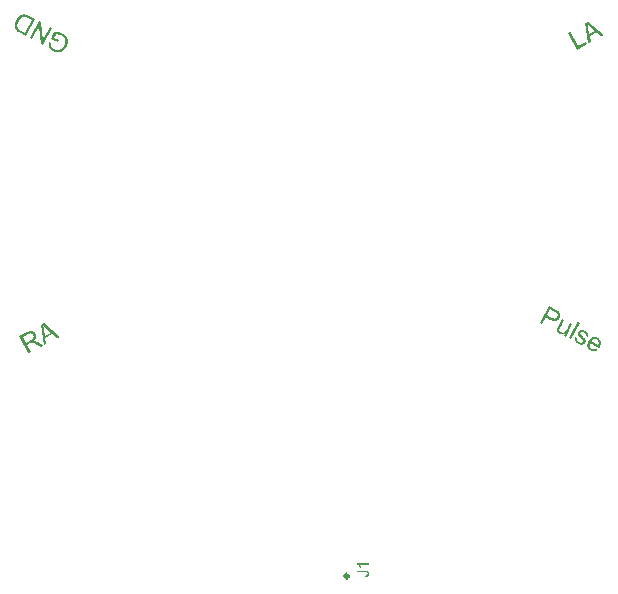
<source format=gbr>
%TF.GenerationSoftware,Altium Limited,Altium Designer,21.8.1 (53)*%
G04 Layer_Color=65535*
%FSLAX45Y45*%
%MOMM*%
%TF.SameCoordinates,9CAB6441-B9E9-44DD-A1F1-36E89FF17874*%
%TF.FilePolarity,Positive*%
%TF.FileFunction,Legend,Top*%
%TF.Part,Single*%
G01*
G75*
%TA.AperFunction,NonConductor*%
%ADD16C,0.33020*%
G36*
X459441Y348276D02*
X463050Y347798D01*
X466956Y346760D01*
X471161Y345162D01*
X475378Y343090D01*
X475477Y342904D01*
X475763Y342816D01*
X476435Y342454D01*
X477206Y341906D01*
X479232Y340347D01*
X481744Y338328D01*
X484554Y335748D01*
X487474Y332508D01*
X490407Y328796D01*
X492878Y324598D01*
X492978Y324412D01*
X493276Y323851D01*
X493673Y323104D01*
X494082Y321884D01*
X494591Y320477D01*
X495198Y318883D01*
X496339Y314936D01*
X497403Y310230D01*
X498006Y305039D01*
X497978Y302388D01*
X497862Y299451D01*
X497274Y296502D01*
X496685Y293553D01*
X496597Y293267D01*
X496510Y292981D01*
X496060Y292023D01*
X495711Y290879D01*
X494987Y289535D01*
X494176Y287906D01*
X493277Y285990D01*
X492192Y283976D01*
X490733Y281762D01*
X489087Y279449D01*
X487068Y276937D01*
X484862Y274327D01*
X482369Y271803D01*
X479690Y269181D01*
X476538Y266546D01*
X473100Y263999D01*
X473573Y264011D01*
X474705Y264134D01*
X476410Y264082D01*
X478588Y264042D01*
X483616Y263600D01*
X485993Y263186D01*
X488369Y262772D01*
X488556Y262872D01*
X488942Y262597D01*
X490559Y262259D01*
X492948Y261373D01*
X496382Y260323D01*
X500201Y258999D01*
X504604Y257027D01*
X509393Y254780D01*
X514380Y252160D01*
X559888Y226514D01*
X535976Y213799D01*
X501313Y233470D01*
X501214Y233657D01*
X500642Y233832D01*
X499871Y234381D01*
X498913Y234830D01*
X497570Y235554D01*
X495940Y236365D01*
X492582Y238174D01*
X488652Y240158D01*
X484721Y242142D01*
X480791Y244125D01*
X477059Y245736D01*
X476674Y246010D01*
X475529Y246360D01*
X473900Y247171D01*
X471897Y247783D01*
X469508Y248670D01*
X466933Y249457D01*
X464556Y249871D01*
X462179Y250285D01*
X461893Y250372D01*
X461234Y250261D01*
X460188Y250424D01*
X458769Y250389D01*
X457064Y250440D01*
X455272Y250206D01*
X451500Y249639D01*
X451313Y249539D01*
X450840Y249527D01*
X450093Y249130D01*
X448873Y248721D01*
X447279Y248113D01*
X445411Y247120D01*
X443256Y246214D01*
X418597Y233102D01*
X452469Y169398D01*
X433414Y159266D01*
X357027Y302928D01*
X423908Y338488D01*
X425688Y339195D01*
X427370Y340089D01*
X429524Y340995D01*
X431865Y342000D01*
X436734Y344110D01*
X441989Y345945D01*
X447156Y347495D01*
X449696Y348126D01*
X451961Y348372D01*
X452148Y348471D01*
X452434Y348384D01*
X453094Y348495D01*
X454040Y348519D01*
X456404Y348578D01*
X459441Y348276D01*
D02*
G37*
G36*
X696450Y299125D02*
X674966Y287702D01*
X635196Y322389D01*
X575041Y290405D01*
X582493Y238533D01*
X562503Y227904D01*
X540854Y400670D01*
X561591Y411696D01*
X696450Y299125D01*
D02*
G37*
G36*
X397072Y3029511D02*
X400096Y3029328D01*
X403779Y3029030D01*
X407735Y3028346D01*
X411777Y3027375D01*
X411963Y3027275D01*
X412249Y3027361D01*
X412809Y3027060D01*
X413654Y3026846D01*
X414686Y3026532D01*
X415905Y3026117D01*
X418901Y3024988D01*
X422556Y3023745D01*
X426670Y3022014D01*
X431243Y3019797D01*
X436003Y3017480D01*
X487631Y2989740D01*
X410618Y2846413D01*
X357127Y2875155D01*
X355550Y2876242D01*
X352009Y2878145D01*
X348109Y2880721D01*
X344022Y2883397D01*
X340222Y2886160D01*
X337082Y2888808D01*
X336895Y2888908D01*
X336623Y2889295D01*
X335977Y2889882D01*
X335332Y2890468D01*
X334414Y2891442D01*
X333309Y2892516D01*
X331015Y2894950D01*
X328461Y2898244D01*
X325821Y2901824D01*
X323481Y2905963D01*
X321529Y2910375D01*
X321442Y2910662D01*
X321170Y2911049D01*
X320911Y2911908D01*
X320566Y2913054D01*
X320135Y2914487D01*
X319618Y2916206D01*
X319200Y2918112D01*
X318697Y2920304D01*
X317804Y2925347D01*
X317312Y2931136D01*
X317019Y2937298D01*
X317687Y2943904D01*
X317787Y2944091D01*
X317901Y2944750D01*
X317929Y2945696D01*
X318157Y2947014D01*
X318586Y2948706D01*
X318928Y2950684D01*
X319370Y2952848D01*
X320013Y2955385D01*
X320942Y2958008D01*
X321785Y2960918D01*
X322728Y2964014D01*
X323957Y2967197D01*
X326717Y2974120D01*
X330236Y2981116D01*
X330336Y2981303D01*
X330637Y2981862D01*
X331037Y2982608D01*
X331738Y2983912D01*
X332626Y2985117D01*
X333527Y2986794D01*
X334715Y2988558D01*
X336003Y2990508D01*
X338779Y2994781D01*
X342128Y2999226D01*
X345764Y3003758D01*
X349673Y3007903D01*
X349773Y3008089D01*
X350159Y3008362D01*
X350746Y3009007D01*
X351520Y3009552D01*
X352493Y3010470D01*
X353567Y3011574D01*
X356188Y3013769D01*
X359295Y3016423D01*
X362875Y3019063D01*
X366828Y3021503D01*
X370581Y3023570D01*
X370968Y3023842D01*
X372400Y3024273D01*
X374320Y3025163D01*
X376998Y3026126D01*
X379964Y3027175D01*
X383402Y3028210D01*
X387113Y3028858D01*
X390824Y3029506D01*
X391297Y3029492D01*
X392529Y3029550D01*
X394521Y3029681D01*
X397072Y3029511D01*
D02*
G37*
G36*
X539072Y2962099D02*
X553795Y2809353D01*
X614183Y2921740D01*
X632449Y2911926D01*
X555436Y2768599D01*
X536053Y2779015D01*
X521243Y2932047D01*
X460755Y2819473D01*
X442490Y2829288D01*
X519502Y2972615D01*
X539072Y2962099D01*
D02*
G37*
G36*
X680613Y2879081D02*
X687406Y2878313D01*
X687592Y2878213D01*
X688251Y2878099D01*
X689197Y2878071D01*
X690516Y2877843D01*
X692021Y2877515D01*
X693898Y2876986D01*
X696063Y2876544D01*
X698227Y2876102D01*
X703387Y2874530D01*
X709107Y2872658D01*
X715099Y2870399D01*
X720976Y2867481D01*
X723027Y2866379D01*
X724418Y2865392D01*
X726281Y2864390D01*
X728318Y2862815D01*
X730640Y2861327D01*
X733050Y2859553D01*
X735731Y2857391D01*
X738413Y2855229D01*
X744135Y2850233D01*
X749456Y2844492D01*
X752010Y2841198D01*
X754564Y2837904D01*
X754650Y2837618D01*
X755109Y2837131D01*
X755741Y2836071D01*
X756458Y2834725D01*
X757449Y2832992D01*
X758525Y2830972D01*
X759401Y2828580D01*
X760650Y2825987D01*
X761799Y2823208D01*
X762748Y2820056D01*
X763883Y2816804D01*
X764631Y2813280D01*
X765566Y2809655D01*
X766114Y2805758D01*
X766475Y2801961D01*
X766450Y2797891D01*
X766350Y2797704D01*
X766423Y2796945D01*
X766295Y2795813D01*
X766153Y2794208D01*
X765997Y2792130D01*
X765741Y2789865D01*
X765285Y2787228D01*
X764728Y2784405D01*
X764158Y2781108D01*
X763301Y2777725D01*
X762444Y2774343D01*
X761387Y2770587D01*
X758414Y2762818D01*
X756597Y2758990D01*
X754680Y2754976D01*
X754580Y2754790D01*
X754180Y2754044D01*
X753579Y2752926D01*
X752591Y2751535D01*
X751590Y2749671D01*
X750202Y2747535D01*
X748527Y2745312D01*
X746652Y2742717D01*
X744777Y2740121D01*
X742515Y2737253D01*
X737519Y2731531D01*
X731577Y2725837D01*
X728370Y2722996D01*
X725076Y2720443D01*
X724790Y2720357D01*
X724303Y2719898D01*
X723243Y2719266D01*
X721796Y2718362D01*
X720063Y2717372D01*
X718044Y2716295D01*
X715738Y2715132D01*
X713145Y2713883D01*
X710266Y2712548D01*
X707200Y2711313D01*
X703948Y2710178D01*
X700510Y2709143D01*
X693274Y2707747D01*
X689377Y2707199D01*
X685494Y2707124D01*
X685207Y2707037D01*
X684548Y2707151D01*
X683416Y2707279D01*
X681711Y2707235D01*
X679919Y2707477D01*
X677655Y2707733D01*
X674917Y2708003D01*
X672094Y2708559D01*
X668984Y2709029D01*
X665601Y2709886D01*
X662218Y2710743D01*
X658463Y2711800D01*
X650693Y2714774D01*
X646866Y2716590D01*
X642851Y2718507D01*
X640242Y2719909D01*
X638851Y2720897D01*
X637360Y2721698D01*
X635597Y2722886D01*
X633833Y2724073D01*
X629760Y2727222D01*
X625601Y2730658D01*
X621457Y2734566D01*
X617512Y2738848D01*
X617326Y2738948D01*
X617053Y2739334D01*
X616694Y2740008D01*
X615963Y2740881D01*
X615145Y2742041D01*
X614327Y2743201D01*
X612333Y2746194D01*
X610265Y2749947D01*
X608213Y2754173D01*
X606546Y2758671D01*
X605453Y2763341D01*
X605553Y2763528D01*
X605281Y2763914D01*
X605208Y2764674D01*
X605236Y2765620D01*
X604891Y2766766D01*
X604933Y2768185D01*
X604758Y2771882D01*
X604697Y2776238D01*
X605122Y2781053D01*
X605762Y2786714D01*
X607075Y2792734D01*
X626726Y2788180D01*
X626626Y2787994D01*
X626612Y2787521D01*
X626498Y2786862D01*
X626283Y2786016D01*
X626027Y2783752D01*
X625557Y2780641D01*
X625274Y2777431D01*
X624976Y2773748D01*
X625151Y2770051D01*
X625527Y2766727D01*
X625513Y2766254D01*
X625858Y2765108D01*
X626375Y2763389D01*
X627065Y2761097D01*
X628128Y2758604D01*
X629649Y2755625D01*
X631544Y2752445D01*
X633911Y2749252D01*
X634097Y2749151D01*
X634184Y2748865D01*
X635102Y2747891D01*
X636565Y2746144D01*
X638587Y2744097D01*
X641082Y2742035D01*
X644037Y2739487D01*
X647564Y2737112D01*
X651378Y2734822D01*
X653614Y2733620D01*
X654833Y2733206D01*
X656137Y2732505D01*
X659320Y2731275D01*
X663061Y2729745D01*
X667376Y2728388D01*
X671705Y2727503D01*
X676133Y2726805D01*
X676319Y2726705D01*
X676606Y2726791D01*
X678025Y2726749D01*
X680289Y2726493D01*
X683040Y2726696D01*
X686264Y2726886D01*
X689775Y2727161D01*
X693586Y2727996D01*
X697025Y2729030D01*
X697411Y2729303D01*
X698557Y2729648D01*
X700377Y2730352D01*
X702583Y2731328D01*
X704989Y2732677D01*
X707782Y2734299D01*
X710775Y2736293D01*
X713582Y2738388D01*
X713682Y2738575D01*
X714069Y2738847D01*
X714842Y2739392D01*
X715529Y2740224D01*
X716789Y2741228D01*
X717963Y2742519D01*
X719424Y2743896D01*
X720798Y2745560D01*
X724220Y2749245D01*
X727569Y2753691D01*
X731219Y2758695D01*
X734510Y2764373D01*
X734610Y2764559D01*
X735010Y2765305D01*
X735511Y2766237D01*
X736026Y2767642D01*
X736927Y2769319D01*
X737742Y2771283D01*
X738757Y2773620D01*
X739773Y2775956D01*
X741545Y2781489D01*
X743331Y2787495D01*
X744744Y2793702D01*
X745211Y2799935D01*
X745311Y2800122D01*
X745139Y2800695D01*
X745167Y2801641D01*
X745008Y2802687D01*
X745050Y2804105D01*
X744819Y2805911D01*
X744271Y2809808D01*
X743264Y2814192D01*
X741712Y2819350D01*
X739587Y2824335D01*
X736515Y2829348D01*
X736329Y2829448D01*
X736056Y2829834D01*
X735511Y2830608D01*
X734780Y2831481D01*
X733962Y2832641D01*
X732671Y2833815D01*
X731480Y2835175D01*
X729917Y2836736D01*
X726704Y2840144D01*
X722732Y2843479D01*
X718100Y2846929D01*
X712982Y2849919D01*
X710931Y2851021D01*
X709713Y2851435D01*
X708408Y2852136D01*
X705039Y2853466D01*
X701011Y2854910D01*
X696597Y2856081D01*
X691709Y2857266D01*
X686435Y2858178D01*
X686248Y2858279D01*
X685775Y2858292D01*
X685016Y2858220D01*
X684170Y2858434D01*
X681433Y2858704D01*
X678123Y2858802D01*
X674526Y2858813D01*
X670642Y2858738D01*
X666845Y2858376D01*
X663134Y2857728D01*
X648713Y2830889D01*
X690835Y2808256D01*
X681722Y2791295D01*
X620962Y2823943D01*
X649604Y2877248D01*
X649890Y2877334D01*
X650463Y2877507D01*
X651509Y2877665D01*
X653028Y2877810D01*
X654834Y2878041D01*
X656825Y2878172D01*
X659104Y2878388D01*
X661668Y2878692D01*
X667644Y2879084D01*
X673892Y2879089D01*
X680613Y2879081D01*
D02*
G37*
G36*
X5305458Y2855497D02*
X5284075Y2843887D01*
X5244002Y2878226D01*
X5184129Y2845717D01*
X5192033Y2793912D01*
X5172137Y2783110D01*
X5148982Y2955680D01*
X5169621Y2966886D01*
X5305458Y2855497D01*
D02*
G37*
G36*
X5085785Y2758133D02*
X5156070Y2796295D01*
X5165258Y2779374D01*
X5076006Y2730914D01*
X4998369Y2873904D01*
X5017335Y2884201D01*
X5085785Y2758133D01*
D02*
G37*
G36*
X4901678Y527698D02*
X4904743Y525804D01*
X4907995Y523809D01*
X4911618Y521614D01*
X4914955Y519332D01*
X4917633Y517166D01*
X4918192Y516865D01*
X4918464Y516478D01*
X4919108Y515890D01*
X4920955Y514412D01*
X4922974Y512361D01*
X4925265Y509923D01*
X4927455Y507299D01*
X4929631Y504202D01*
X4931519Y501019D01*
X4931792Y500631D01*
X4932134Y499485D01*
X4933021Y497564D01*
X4933707Y495271D01*
X4934564Y492404D01*
X4935307Y488878D01*
X4935661Y485080D01*
X4935629Y481010D01*
X4935529Y480824D01*
X4935615Y480537D01*
X4935499Y479878D01*
X4935571Y479119D01*
X4935310Y476855D01*
X4934749Y474032D01*
X4933886Y470651D01*
X4932823Y466897D01*
X4931472Y463058D01*
X4929549Y459047D01*
X4929448Y458861D01*
X4929147Y458303D01*
X4928645Y457371D01*
X4927755Y456169D01*
X4926665Y454593D01*
X4925474Y452832D01*
X4923996Y450984D01*
X4922332Y449237D01*
X4918316Y444913D01*
X4916079Y442995D01*
X4913369Y441091D01*
X4910659Y439188D01*
X4907763Y437385D01*
X4904494Y435782D01*
X4901140Y434467D01*
X4900853Y434381D01*
X4900280Y434210D01*
X4899234Y434053D01*
X4897800Y433624D01*
X4895994Y433397D01*
X4893816Y433370D01*
X4891064Y433172D01*
X4888227Y433260D01*
X4884831Y433650D01*
X4881249Y434140D01*
X4877108Y434932D01*
X4872882Y436010D01*
X4868097Y437390D01*
X4863140Y439343D01*
X4857912Y441683D01*
X4852411Y444411D01*
X4815915Y464103D01*
X4784568Y406007D01*
X4765575Y416255D01*
X4842837Y559447D01*
X4901678Y527698D01*
D02*
G37*
G36*
X4969757Y439997D02*
X4938712Y382459D01*
X4938611Y382273D01*
X4938410Y381901D01*
X4938008Y381156D01*
X4937506Y380225D01*
X4936903Y379107D01*
X4936200Y377804D01*
X4934879Y374911D01*
X4933171Y371745D01*
X4931750Y368665D01*
X4930429Y365772D01*
X4929912Y364368D01*
X4929595Y363336D01*
X4929395Y362964D01*
X4929365Y362018D01*
X4929034Y360514D01*
X4928975Y358622D01*
X4929002Y356444D01*
X4929301Y353879D01*
X4929886Y351399D01*
X4930844Y348718D01*
X4930930Y348432D01*
X4931474Y347657D01*
X4932189Y346310D01*
X4933563Y344847D01*
X4935024Y343097D01*
X4936856Y341147D01*
X4939262Y339368D01*
X4941955Y337675D01*
X4943258Y336971D01*
X4945035Y336253D01*
X4947098Y335621D01*
X4949533Y334788D01*
X4952542Y334126D01*
X4955651Y333651D01*
X4958961Y333547D01*
X4959434Y333532D01*
X4960480Y333689D01*
X4962286Y333917D01*
X4964479Y334417D01*
X4966959Y335002D01*
X4969453Y336061D01*
X4972148Y337491D01*
X4974758Y339209D01*
X4975145Y339480D01*
X4976020Y340211D01*
X4977296Y341685D01*
X4979061Y343619D01*
X4981126Y346110D01*
X4983594Y349347D01*
X4985991Y353343D01*
X4988688Y357897D01*
X5018729Y413573D01*
X5036232Y404128D01*
X4980270Y300412D01*
X4964629Y308852D01*
X4972868Y324121D01*
X4972581Y324035D01*
X4971907Y323677D01*
X4970660Y323148D01*
X4969126Y322533D01*
X4967119Y321933D01*
X4964826Y321247D01*
X4962346Y320662D01*
X4959394Y320091D01*
X4956255Y319621D01*
X4953030Y319437D01*
X4949434Y319455D01*
X4945937Y319658D01*
X4942169Y320249D01*
X4938315Y321127D01*
X4934289Y322577D01*
X4930465Y324400D01*
X4928975Y325204D01*
X4927214Y326395D01*
X4925080Y327787D01*
X4922674Y329566D01*
X4920283Y331818D01*
X4917519Y334271D01*
X4915143Y336996D01*
X4914871Y337383D01*
X4914141Y338257D01*
X4913153Y339992D01*
X4911980Y341828D01*
X4910821Y344136D01*
X4909576Y346731D01*
X4908619Y349411D01*
X4907948Y352177D01*
X4907862Y352464D01*
X4907891Y353410D01*
X4907749Y354929D01*
X4907909Y357007D01*
X4907982Y359371D01*
X4908257Y362108D01*
X4908919Y365117D01*
X4909681Y368312D01*
X4909781Y368498D01*
X4909997Y369343D01*
X4910514Y370747D01*
X4911519Y372609D01*
X4912538Y374944D01*
X4913859Y377838D01*
X4915481Y381290D01*
X4917591Y385200D01*
X4952254Y449441D01*
X4969757Y439997D01*
D02*
G37*
G36*
X5117099Y356168D02*
X5119091Y356295D01*
X5121541Y355935D01*
X5124278Y355660D01*
X5127101Y355099D01*
X5127574Y355084D01*
X5128605Y354768D01*
X5130110Y354437D01*
X5132359Y353704D01*
X5134794Y352871D01*
X5137602Y351837D01*
X5140596Y350702D01*
X5145624Y347989D01*
X5146640Y347200D01*
X5147758Y346597D01*
X5150636Y344804D01*
X5153500Y342537D01*
X5156923Y339969D01*
X5159959Y337129D01*
X5162894Y334103D01*
X5163080Y334002D01*
X5163166Y333716D01*
X5164082Y332741D01*
X5165256Y330905D01*
X5166701Y328683D01*
X5168232Y326174D01*
X5169562Y323292D01*
X5170792Y320224D01*
X5171449Y316985D01*
X5171534Y316699D01*
X5171591Y315466D01*
X5171632Y313761D01*
X5171558Y311396D01*
X5171470Y308559D01*
X5170994Y305450D01*
X5170217Y301782D01*
X5169053Y297842D01*
X5150616Y304665D01*
X5150817Y305037D01*
X5150947Y306169D01*
X5151379Y307860D01*
X5151724Y309837D01*
X5151898Y312388D01*
X5151700Y315139D01*
X5151215Y317805D01*
X5150358Y320672D01*
X5150272Y320959D01*
X5149642Y322020D01*
X5148927Y323367D01*
X5147567Y325303D01*
X5145735Y327254D01*
X5143344Y329505D01*
X5140479Y331772D01*
X5136856Y333968D01*
X5134808Y335073D01*
X5132659Y335992D01*
X5129851Y337026D01*
X5126857Y338161D01*
X5123476Y339023D01*
X5120266Y339313D01*
X5117328Y339215D01*
X5117042Y339129D01*
X5116182Y338872D01*
X5114849Y338629D01*
X5113501Y337914D01*
X5111867Y337113D01*
X5110031Y335940D01*
X5108569Y334565D01*
X5107277Y332617D01*
X5107177Y332431D01*
X5106976Y332059D01*
X5106861Y331400D01*
X5106358Y330469D01*
X5106098Y328205D01*
X5105868Y326887D01*
X5106010Y325367D01*
X5106096Y325081D01*
X5106182Y324794D01*
X5106439Y323934D01*
X5106782Y322787D01*
X5107311Y321540D01*
X5108026Y320192D01*
X5109114Y318644D01*
X5110202Y317095D01*
X5110388Y316995D01*
X5110660Y316608D01*
X5111390Y315733D01*
X5112679Y314557D01*
X5114425Y312893D01*
X5115528Y311817D01*
X5116817Y310641D01*
X5118191Y309178D01*
X5119852Y307801D01*
X5121499Y305951D01*
X5123432Y304187D01*
X5123618Y304086D01*
X5124076Y303599D01*
X5125093Y302810D01*
X5126009Y301835D01*
X5127197Y300472D01*
X5128858Y299095D01*
X5132166Y295868D01*
X5135745Y292254D01*
X5139325Y288639D01*
X5142532Y285226D01*
X5143806Y283577D01*
X5144994Y282215D01*
X5145266Y281827D01*
X5145996Y280953D01*
X5146898Y279504D01*
X5147970Y277483D01*
X5149129Y275175D01*
X5150188Y272680D01*
X5151231Y269713D01*
X5151701Y266575D01*
X5151787Y266288D01*
X5151843Y265055D01*
X5151699Y263451D01*
X5151725Y261272D01*
X5151265Y258636D01*
X5150517Y255914D01*
X5149468Y252633D01*
X5147946Y249367D01*
X5147846Y249181D01*
X5147745Y248995D01*
X5147143Y247878D01*
X5146052Y246302D01*
X5144474Y244269D01*
X5142323Y242064D01*
X5139885Y239773D01*
X5136973Y237497D01*
X5133690Y235422D01*
X5133303Y235150D01*
X5132056Y234621D01*
X5130049Y234021D01*
X5127655Y233149D01*
X5124316Y232306D01*
X5120704Y231851D01*
X5116619Y231410D01*
X5112364Y231543D01*
X5112177Y231643D01*
X5111891Y231557D01*
X5111232Y231672D01*
X5110386Y231888D01*
X5107936Y232248D01*
X5104927Y232910D01*
X5101360Y233874D01*
X5097234Y235138D01*
X5092936Y236976D01*
X5088367Y239201D01*
X5086505Y240206D01*
X5085116Y241196D01*
X5083440Y242100D01*
X5081678Y243291D01*
X5079645Y244869D01*
X5077425Y246548D01*
X5073086Y250091D01*
X5068676Y254394D01*
X5064940Y259054D01*
X5063122Y261478D01*
X5061878Y264072D01*
X5061792Y264359D01*
X5061706Y264646D01*
X5061449Y265506D01*
X5061006Y266466D01*
X5060577Y267900D01*
X5060249Y269519D01*
X5060021Y271325D01*
X5059708Y273418D01*
X5059495Y275696D01*
X5059196Y278262D01*
X5059184Y280913D01*
X5059459Y283649D01*
X5059647Y286673D01*
X5060123Y289782D01*
X5060885Y292977D01*
X5061934Y296258D01*
X5080758Y289707D01*
X5080658Y289521D01*
X5080557Y289335D01*
X5080442Y288676D01*
X5080227Y287830D01*
X5079594Y285767D01*
X5079033Y282945D01*
X5078743Y279735D01*
X5078640Y276425D01*
X5079096Y272813D01*
X5080125Y269373D01*
X5080396Y268986D01*
X5081026Y267925D01*
X5082013Y266190D01*
X5083559Y264154D01*
X5085750Y261530D01*
X5088513Y259077D01*
X5091835Y256323D01*
X5096018Y253826D01*
X5098066Y252720D01*
X5100215Y251801D01*
X5103209Y250667D01*
X5106303Y249718D01*
X5109785Y249042D01*
X5113367Y248551D01*
X5116692Y248921D01*
X5116979Y249007D01*
X5118125Y249350D01*
X5119559Y249779D01*
X5121480Y250665D01*
X5123501Y251738D01*
X5125437Y253098D01*
X5127387Y254931D01*
X5128880Y257251D01*
X5128980Y257437D01*
X5129382Y258182D01*
X5129799Y259400D01*
X5130129Y260904D01*
X5130189Y262796D01*
X5130061Y264788D01*
X5129561Y266980D01*
X5128690Y269374D01*
X5128604Y269661D01*
X5128146Y270149D01*
X5127330Y271310D01*
X5125769Y272873D01*
X5124953Y274035D01*
X5124037Y275010D01*
X5122748Y276186D01*
X5121374Y277649D01*
X5119813Y279213D01*
X5117880Y280977D01*
X5116048Y282927D01*
X5113742Y284892D01*
X5113556Y284993D01*
X5112912Y285581D01*
X5112182Y286456D01*
X5111079Y287532D01*
X5109790Y288708D01*
X5108230Y290271D01*
X5104736Y293599D01*
X5100970Y297313D01*
X5097305Y301214D01*
X5095659Y303064D01*
X5094199Y304814D01*
X5092638Y306377D01*
X5091550Y307926D01*
X5091278Y308313D01*
X5090649Y309374D01*
X5089747Y310822D01*
X5088674Y312843D01*
X5087702Y315051D01*
X5086558Y317832D01*
X5085886Y320599D01*
X5085416Y323737D01*
X5085431Y324210D01*
X5085460Y325156D01*
X5085605Y326761D01*
X5085765Y328838D01*
X5086125Y331289D01*
X5086872Y334011D01*
X5087907Y336818D01*
X5089227Y339712D01*
X5089428Y340084D01*
X5089830Y340829D01*
X5090720Y342032D01*
X5091911Y343794D01*
X5093288Y345455D01*
X5095052Y347388D01*
X5097003Y349221D01*
X5099325Y350852D01*
X5099612Y350938D01*
X5100386Y351482D01*
X5101734Y352197D01*
X5103469Y353184D01*
X5105576Y353971D01*
X5107970Y354843D01*
X5110550Y355614D01*
X5113216Y356099D01*
X5113503Y356185D01*
X5114262Y356256D01*
X5115494Y356312D01*
X5117099Y356168D01*
D02*
G37*
G36*
X5102222Y419491D02*
X5024959Y276299D01*
X5007456Y285743D01*
X5084719Y428935D01*
X5102222Y419491D01*
D02*
G37*
G36*
X5225456Y297221D02*
X5228767Y297118D01*
X5232449Y296813D01*
X5236031Y296323D01*
X5239885Y295446D01*
X5243825Y294282D01*
X5247750Y292645D01*
X5251761Y290721D01*
X5253809Y289616D01*
X5255198Y288626D01*
X5256774Y287535D01*
X5258621Y286058D01*
X5260841Y284379D01*
X5262960Y282514D01*
X5265165Y280363D01*
X5267355Y277739D01*
X5269545Y275114D01*
X5271635Y272304D01*
X5273710Y269021D01*
X5275499Y265651D01*
X5276900Y262010D01*
X5278201Y258183D01*
X5278286Y257896D01*
X5278357Y257137D01*
X5278700Y255990D01*
X5278842Y254471D01*
X5278970Y252479D01*
X5279182Y250200D01*
X5279381Y247449D01*
X5279378Y244325D01*
X5278988Y240929D01*
X5278684Y237246D01*
X5278093Y233478D01*
X5277115Y229438D01*
X5275750Y225126D01*
X5274285Y220627D01*
X5272246Y215957D01*
X5269920Y211202D01*
X5269719Y210829D01*
X5269318Y210084D01*
X5268514Y208595D01*
X5267222Y206647D01*
X5189947Y248342D01*
X5189847Y248156D01*
X5189545Y247598D01*
X5189229Y246566D01*
X5188813Y245348D01*
X5188195Y243758D01*
X5187477Y241982D01*
X5186212Y237856D01*
X5185205Y232870D01*
X5184570Y227683D01*
X5184594Y222381D01*
X5184893Y219815D01*
X5185378Y217150D01*
X5185463Y216863D01*
X5185549Y216576D01*
X5185907Y215902D01*
X5186164Y215042D01*
X5187408Y212448D01*
X5188925Y209466D01*
X5191186Y206082D01*
X5194207Y202769D01*
X5197887Y199341D01*
X5200021Y197949D01*
X5202341Y196457D01*
X5204017Y195552D01*
X5205793Y194834D01*
X5208415Y193901D01*
X5211237Y193339D01*
X5214432Y192577D01*
X5217929Y192374D01*
X5221440Y192643D01*
X5221913Y192628D01*
X5223059Y192971D01*
X5225066Y193571D01*
X5227460Y194443D01*
X5230342Y195773D01*
X5233811Y197748D01*
X5237482Y200095D01*
X5241081Y203202D01*
X5258023Y190935D01*
X5257923Y190748D01*
X5257435Y190290D01*
X5256847Y189646D01*
X5255686Y188830D01*
X5254610Y187728D01*
X5252961Y186454D01*
X5249562Y183719D01*
X5245218Y181015D01*
X5240215Y178425D01*
X5234652Y176137D01*
X5228833Y174709D01*
X5228647Y174810D01*
X5228074Y174638D01*
X5227314Y174567D01*
X5226081Y174511D01*
X5224563Y174369D01*
X5222671Y174428D01*
X5220779Y174487D01*
X5218516Y174747D01*
X5215965Y174921D01*
X5213328Y175382D01*
X5210506Y175943D01*
X5207497Y176605D01*
X5201223Y178789D01*
X5197957Y180310D01*
X5194504Y181933D01*
X5193573Y182435D01*
X5192370Y183324D01*
X5190881Y184128D01*
X5189119Y185319D01*
X5187086Y186897D01*
X5184680Y188676D01*
X5182374Y190641D01*
X5179983Y192893D01*
X5177506Y195432D01*
X5175130Y198157D01*
X5172954Y201254D01*
X5170779Y204351D01*
X5168804Y207821D01*
X5167216Y211562D01*
X5165916Y215389D01*
X5165830Y215676D01*
X5165759Y216436D01*
X5165416Y217582D01*
X5165274Y219101D01*
X5165147Y221094D01*
X5164934Y223372D01*
X5164736Y226124D01*
X5164824Y228961D01*
X5165028Y232457D01*
X5165231Y235954D01*
X5165923Y239908D01*
X5166800Y243762D01*
X5168165Y248074D01*
X5169530Y252387D01*
X5171468Y256870D01*
X5173794Y261626D01*
X5173995Y261998D01*
X5174397Y262743D01*
X5175387Y264132D01*
X5176291Y265808D01*
X5177683Y267942D01*
X5179462Y270348D01*
X5181341Y272940D01*
X5183508Y275618D01*
X5185960Y278382D01*
X5188700Y281231D01*
X5191439Y284080D01*
X5194551Y286729D01*
X5198036Y289176D01*
X5201520Y291624D01*
X5205176Y293498D01*
X5209104Y294985D01*
X5209390Y295071D01*
X5209964Y295242D01*
X5211110Y295585D01*
X5212730Y295913D01*
X5214636Y296327D01*
X5217015Y296726D01*
X5219581Y297025D01*
X5222332Y297223D01*
X5225456Y297221D01*
D02*
G37*
G36*
X3314244Y-1630926D02*
X3237917D01*
X3238044Y-1631180D01*
X3238552Y-1631688D01*
X3239441Y-1632704D01*
X3240457Y-1633974D01*
X3241727Y-1635625D01*
X3243124Y-1637657D01*
X3244648Y-1639816D01*
X3246172Y-1642356D01*
Y-1642483D01*
X3246299Y-1642610D01*
X3246553Y-1642991D01*
X3246807Y-1643499D01*
X3247569Y-1644896D01*
X3248458Y-1646547D01*
X3249474Y-1648452D01*
X3250490Y-1650611D01*
X3251506Y-1652770D01*
X3252395Y-1654929D01*
X3240711D01*
Y-1654802D01*
X3240457Y-1654421D01*
X3240203Y-1653913D01*
X3239822Y-1653278D01*
X3239441Y-1652389D01*
X3238806Y-1651373D01*
X3237536Y-1648960D01*
X3235885Y-1646293D01*
X3233853Y-1643245D01*
X3231694Y-1640324D01*
X3229281Y-1637403D01*
X3229154Y-1637276D01*
X3229027Y-1637022D01*
X3228646Y-1636641D01*
X3228138Y-1636133D01*
X3226868Y-1634863D01*
X3225090Y-1633212D01*
X3223185Y-1631561D01*
X3220899Y-1629783D01*
X3218613Y-1628132D01*
X3216200Y-1626735D01*
Y-1618988D01*
X3314244D01*
Y-1630926D01*
D02*
G37*
G36*
X3286177Y-1680456D02*
X3287320D01*
X3288717Y-1680583D01*
X3290114Y-1680710D01*
X3293162Y-1681091D01*
X3296337Y-1681599D01*
X3299385Y-1682361D01*
X3300909Y-1682869D01*
X3302179Y-1683377D01*
X3302306D01*
X3302433Y-1683504D01*
X3302814Y-1683631D01*
X3303322Y-1683885D01*
X3304465Y-1684647D01*
X3305989Y-1685663D01*
X3307640Y-1686933D01*
X3309291Y-1688584D01*
X3310942Y-1690489D01*
X3312466Y-1692775D01*
Y-1692902D01*
X3312593Y-1693029D01*
X3312720Y-1693410D01*
X3312974Y-1693918D01*
X3313609Y-1695188D01*
X3314117Y-1697093D01*
X3314752Y-1699252D01*
X3315387Y-1701792D01*
X3315768Y-1704713D01*
X3315895Y-1707888D01*
Y-1709158D01*
X3315768Y-1710047D01*
X3315641Y-1711063D01*
X3315514Y-1712333D01*
X3315260Y-1713730D01*
X3315006Y-1715127D01*
X3314117Y-1718302D01*
X3313482Y-1719953D01*
X3312720Y-1721604D01*
X3311958Y-1723255D01*
X3310942Y-1724779D01*
X3309799Y-1726176D01*
X3308529Y-1727573D01*
X3308402Y-1727700D01*
X3308148Y-1727827D01*
X3307767Y-1728208D01*
X3307132Y-1728589D01*
X3306370Y-1729097D01*
X3305481Y-1729732D01*
X3304338Y-1730367D01*
X3303068Y-1731002D01*
X3301544Y-1731510D01*
X3299893Y-1732145D01*
X3298115Y-1732653D01*
X3296210Y-1733161D01*
X3294051Y-1733542D01*
X3291765Y-1733923D01*
X3289352Y-1734050D01*
X3286685D01*
X3285034Y-1722366D01*
X3285161D01*
X3285542D01*
X3286050D01*
X3286812Y-1722239D01*
X3287701Y-1722112D01*
X3288717Y-1721985D01*
X3291130Y-1721731D01*
X3293670Y-1721223D01*
X3296210Y-1720461D01*
X3298496Y-1719572D01*
X3299385Y-1718937D01*
X3300274Y-1718302D01*
X3300401Y-1718175D01*
X3300909Y-1717540D01*
X3301544Y-1716778D01*
X3302306Y-1715508D01*
X3303068Y-1714111D01*
X3303703Y-1712333D01*
X3304211Y-1710174D01*
X3304338Y-1707888D01*
Y-1707126D01*
X3304211Y-1706110D01*
X3304084Y-1704967D01*
X3303830Y-1703697D01*
X3303449Y-1702300D01*
X3302941Y-1700903D01*
X3302179Y-1699506D01*
X3302052Y-1699379D01*
X3301798Y-1698871D01*
X3301290Y-1698363D01*
X3300528Y-1697601D01*
X3299639Y-1696712D01*
X3298623Y-1695950D01*
X3297480Y-1695188D01*
X3296083Y-1694680D01*
X3295956Y-1694553D01*
X3295321Y-1694426D01*
X3294432Y-1694172D01*
X3293162Y-1693918D01*
X3291384Y-1693664D01*
X3289352Y-1693537D01*
X3286812Y-1693283D01*
X3283891D01*
X3216581D01*
Y-1680329D01*
X3283129D01*
X3283256D01*
X3283637D01*
X3284272D01*
X3285161D01*
X3286177Y-1680456D01*
D02*
G37*
%LPC*%
G36*
X452582Y327375D02*
X449271Y327292D01*
X447478Y327058D01*
X445400Y326911D01*
X443234Y326478D01*
X440793Y325660D01*
X438253Y325028D01*
X435725Y323924D01*
X432725Y322808D01*
X384526Y297180D01*
X409856Y249542D01*
X453757Y272885D01*
X454966Y273767D01*
X457855Y275543D01*
X460932Y277419D01*
X464183Y279866D01*
X467061Y282116D01*
X469554Y284639D01*
X469828Y285024D01*
X470563Y285895D01*
X471573Y287150D01*
X472758Y288978D01*
X473843Y290993D01*
X474917Y293481D01*
X475792Y296343D01*
X476193Y299192D01*
X476281Y299478D01*
X476158Y300611D01*
X476309Y302129D01*
X476162Y304208D01*
X475730Y306374D01*
X475285Y309013D01*
X474466Y311454D01*
X473263Y314169D01*
X473163Y314355D01*
X473064Y314542D01*
X472766Y315102D01*
X472182Y315750D01*
X471002Y317519D01*
X469150Y319650D01*
X466825Y321769D01*
X464028Y323876D01*
X460669Y325685D01*
X456850Y327009D01*
X456278Y327184D01*
X454760Y327335D01*
X452582Y327375D01*
D02*
G37*
G36*
X558702Y390989D02*
X558802Y390802D01*
X558813Y390329D01*
X559024Y389483D01*
X559433Y388263D01*
X559941Y386855D01*
X560363Y385162D01*
X560883Y383282D01*
X561316Y381116D01*
X562380Y376410D01*
X563556Y371044D01*
X564743Y365206D01*
X565557Y359168D01*
X572214Y308791D01*
X620973Y334717D01*
X584969Y366375D01*
X584870Y366562D01*
X584198Y366924D01*
X583328Y367659D01*
X582259Y368768D01*
X580904Y369965D01*
X579163Y371436D01*
X577323Y373093D01*
X575384Y374938D01*
X571220Y378714D01*
X566856Y382864D01*
X562680Y387114D01*
X558702Y390989D01*
D02*
G37*
G36*
X399698Y3009366D02*
X397047Y3009349D01*
X394396Y3009332D01*
X391358Y3009043D01*
X388593Y3008367D01*
X388020Y3008194D01*
X386774Y3007663D01*
X384854Y3006773D01*
X382075Y3005624D01*
X378996Y3003916D01*
X375616Y3001649D01*
X372036Y2999009D01*
X368341Y2995710D01*
X368241Y2995523D01*
X367854Y2995251D01*
X367368Y2994792D01*
X366680Y2993960D01*
X365707Y2993042D01*
X364633Y2991938D01*
X363459Y2990647D01*
X362185Y2989170D01*
X360897Y2987220D01*
X359423Y2985370D01*
X356174Y2981111D01*
X352897Y2975906D01*
X349606Y2970229D01*
X349506Y2970042D01*
X349105Y2969297D01*
X348404Y2967992D01*
X347789Y2966401D01*
X346788Y2964537D01*
X345873Y2962387D01*
X344757Y2959864D01*
X343728Y2957054D01*
X341655Y2950962D01*
X339855Y2944483D01*
X338815Y2938076D01*
X338531Y2934866D01*
X338534Y2931742D01*
X338434Y2931556D01*
X338606Y2930983D01*
X338679Y2930223D01*
X338737Y2928991D01*
X339313Y2926040D01*
X340061Y2922515D01*
X341168Y2918317D01*
X342748Y2914105D01*
X344988Y2909780D01*
X346351Y2907846D01*
X347714Y2905913D01*
X347986Y2905526D01*
X348259Y2905140D01*
X348904Y2904553D01*
X349550Y2903966D01*
X350568Y2903179D01*
X351486Y2902205D01*
X352877Y2901217D01*
X354167Y2900043D01*
X355931Y2898856D01*
X357881Y2897568D01*
X359917Y2895993D01*
X362240Y2894505D01*
X364850Y2893103D01*
X367545Y2891414D01*
X400721Y2873588D01*
X459507Y2982994D01*
X425399Y3001320D01*
X423994Y3001835D01*
X420726Y3003351D01*
X417084Y3005067D01*
X413056Y3006511D01*
X409028Y3007955D01*
X405359Y3008726D01*
X405172Y3008826D01*
X404886Y3008739D01*
X403754Y3008867D01*
X401962Y3009110D01*
X399698Y3009366D01*
D02*
G37*
G36*
X5166913Y2946155D02*
X5167014Y2945969D01*
X5167030Y2945496D01*
X5167248Y2944652D01*
X5167668Y2943435D01*
X5168189Y2942032D01*
X5168624Y2940343D01*
X5169161Y2938468D01*
X5169613Y2936305D01*
X5170718Y2931609D01*
X5171941Y2926254D01*
X5173179Y2920425D01*
X5174046Y2914395D01*
X5181142Y2864078D01*
X5229673Y2890428D01*
X5193394Y2921771D01*
X5193293Y2921957D01*
X5192619Y2922313D01*
X5191742Y2923041D01*
X5190663Y2924140D01*
X5189298Y2925325D01*
X5187544Y2926781D01*
X5185690Y2928422D01*
X5183735Y2930250D01*
X5179538Y2933990D01*
X5175138Y2938102D01*
X5170925Y2942314D01*
X5166913Y2946155D01*
D02*
G37*
G36*
X4852688Y532254D02*
X4825058Y481048D01*
X4863602Y460251D01*
X4865007Y459733D01*
X4866496Y458930D01*
X4868272Y458212D01*
X4872484Y456660D01*
X4877169Y455094D01*
X4882054Y453901D01*
X4886869Y453467D01*
X4889334Y453579D01*
X4891426Y453893D01*
X4892000Y454064D01*
X4893433Y454493D01*
X4895354Y455380D01*
X4898049Y456810D01*
X4901046Y458800D01*
X4903972Y461548D01*
X4906912Y464770D01*
X4909696Y469038D01*
X4909796Y469224D01*
X4909897Y469411D01*
X4910500Y470528D01*
X4911218Y472304D01*
X4911950Y474553D01*
X4912698Y477275D01*
X4913174Y480385D01*
X4913463Y483594D01*
X4913279Y486819D01*
X4913294Y487292D01*
X4913137Y488338D01*
X4912623Y490058D01*
X4912023Y492065D01*
X4911151Y494459D01*
X4909806Y496867D01*
X4908088Y499477D01*
X4905984Y501815D01*
X4905798Y501915D01*
X4905153Y502503D01*
X4903950Y503392D01*
X4902475Y504669D01*
X4900155Y506162D01*
X4897276Y507955D01*
X4893653Y510151D01*
X4852688Y532254D01*
D02*
G37*
G36*
X5228422Y279993D02*
X5224066Y279940D01*
X5221687Y279540D01*
X5219207Y278955D01*
X5218633Y278784D01*
X5217100Y278169D01*
X5214892Y277196D01*
X5212096Y275579D01*
X5208712Y273318D01*
X5205213Y270398D01*
X5201886Y266904D01*
X5198715Y262364D01*
X5256625Y231118D01*
X5256725Y231304D01*
X5256926Y231676D01*
X5257142Y232522D01*
X5257358Y233367D01*
X5257961Y234484D01*
X5258291Y235988D01*
X5259240Y239083D01*
X5260017Y242751D01*
X5260607Y246519D01*
X5260826Y250488D01*
X5260370Y254100D01*
X5260471Y254286D01*
X5260199Y254673D01*
X5259942Y255533D01*
X5259785Y256580D01*
X5258727Y259074D01*
X5257411Y262428D01*
X5255250Y265998D01*
X5252330Y269497D01*
X5248751Y273112D01*
X5246430Y274604D01*
X5244110Y276096D01*
X5242993Y276699D01*
X5241962Y277015D01*
X5241030Y277518D01*
X5239627Y278035D01*
X5236532Y278983D01*
X5232764Y279574D01*
X5228422Y279993D01*
D02*
G37*
%LPD*%
D16*
X3141947Y-1727400D02*
G03*
X3141947Y-1727400I-15240J0D01*
G01*
%TF.MD5,a81387de473c7b8e10975392c501c880*%
M02*

</source>
